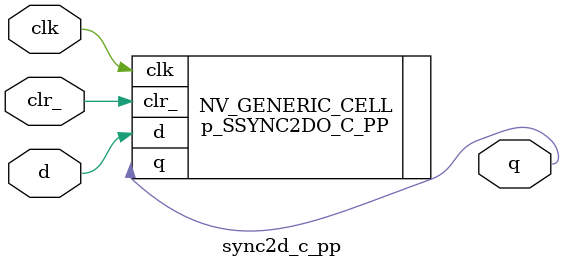
<source format=v>


module sync2d_c_pp ( d, clk, clr_, q );
input  d, clk, clr_;
output q;
    p_SSYNC2DO_C_PP NV_GENERIC_CELL( .d(d), .clk(clk), .clr_(clr_), .q(q) );
    // synopsys dc_script_begin
    // synopsys dc_script_end
    //g2c if {[find / -null_ok -subdesign sync3d_c_ppp] != {} } { set_attr preserve 1 [find / -subdesign sync3d_c_ppp] }
endmodule

</source>
